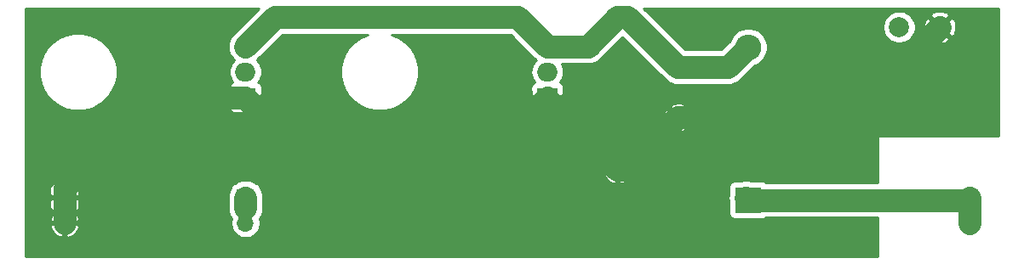
<source format=gbr>
%TF.GenerationSoftware,KiCad,Pcbnew,(5.1.10-1-10_14)*%
%TF.CreationDate,2022-02-01T15:02:41+11:00*%
%TF.ProjectId,EDUC-8 Crowbar,45445543-2d38-4204-9372-6f776261722e,rev?*%
%TF.SameCoordinates,Original*%
%TF.FileFunction,Copper,L2,Bot*%
%TF.FilePolarity,Positive*%
%FSLAX46Y46*%
G04 Gerber Fmt 4.6, Leading zero omitted, Abs format (unit mm)*
G04 Created by KiCad (PCBNEW (5.1.10-1-10_14)) date 2022-02-01 15:02:41*
%MOMM*%
%LPD*%
G01*
G04 APERTURE LIST*
%TA.AperFunction,ComponentPad*%
%ADD10C,2.000000*%
%TD*%
%TA.AperFunction,ComponentPad*%
%ADD11O,2.000000X1.905000*%
%TD*%
%TA.AperFunction,ComponentPad*%
%ADD12R,2.000000X1.905000*%
%TD*%
%TA.AperFunction,ComponentPad*%
%ADD13O,1.600000X1.600000*%
%TD*%
%TA.AperFunction,ComponentPad*%
%ADD14C,1.600000*%
%TD*%
%TA.AperFunction,ComponentPad*%
%ADD15O,1.700000X1.700000*%
%TD*%
%TA.AperFunction,ComponentPad*%
%ADD16R,1.700000X1.700000*%
%TD*%
%TA.AperFunction,ComponentPad*%
%ADD17O,2.600000X2.600000*%
%TD*%
%TA.AperFunction,ComponentPad*%
%ADD18R,2.600000X2.600000*%
%TD*%
%TA.AperFunction,Conductor*%
%ADD19C,2.250000*%
%TD*%
%TA.AperFunction,Conductor*%
%ADD20C,0.254000*%
%TD*%
%TA.AperFunction,Conductor*%
%ADD21C,0.100000*%
%TD*%
G04 APERTURE END LIST*
D10*
%TO.P,J5,1*%
%TO.N,Net-(C1-Pad2)*%
X187050000Y-108000000D03*
%TD*%
%TO.P,J4,1*%
%TO.N,Net-(J2-Pad1)*%
X183000000Y-108000000D03*
%TD*%
D11*
%TO.P,Q2,3*%
%TO.N,Net-(C1-Pad1)*%
X148000000Y-109920000D03*
%TO.P,Q2,2*%
%TO.N,Net-(J2-Pad1)*%
X148000000Y-112460000D03*
D12*
%TO.P,Q2,1*%
%TO.N,Net-(C1-Pad2)*%
X148000000Y-115000000D03*
%TD*%
D13*
%TO.P,R1,2*%
%TO.N,Net-(C1-Pad2)*%
X155000000Y-122240000D03*
D14*
%TO.P,R1,1*%
%TO.N,Net-(C1-Pad1)*%
X155000000Y-107000000D03*
%TD*%
D11*
%TO.P,Q1,3*%
%TO.N,Net-(C1-Pad1)*%
X118000000Y-109920000D03*
%TO.P,Q1,2*%
%TO.N,Net-(J2-Pad1)*%
X118000000Y-112460000D03*
D12*
%TO.P,Q1,1*%
%TO.N,Net-(C1-Pad2)*%
X118000000Y-115000000D03*
%TD*%
D15*
%TO.P,J3,2*%
%TO.N,Net-(C1-Pad2)*%
X100000000Y-127540000D03*
D16*
%TO.P,J3,1*%
X100000000Y-125000000D03*
%TD*%
D15*
%TO.P,J2,2*%
%TO.N,Net-(J2-Pad1)*%
X118000000Y-127540000D03*
D16*
%TO.P,J2,1*%
X118000000Y-125000000D03*
%TD*%
D15*
%TO.P,J1,2*%
%TO.N,Net-(D1-Pad1)*%
X190000000Y-127540000D03*
D16*
%TO.P,J1,1*%
X190000000Y-125000000D03*
%TD*%
D17*
%TO.P,D1,2*%
%TO.N,Net-(C1-Pad1)*%
X168000000Y-110000000D03*
D18*
%TO.P,D1,1*%
%TO.N,Net-(D1-Pad1)*%
X168000000Y-125240000D03*
%TD*%
D14*
%TO.P,C1,2*%
%TO.N,Net-(C1-Pad2)*%
X161000000Y-117000000D03*
%TO.P,C1,1*%
%TO.N,Net-(C1-Pad1)*%
X161000000Y-112000000D03*
%TD*%
D19*
%TO.N,Net-(J2-Pad1)*%
X118000000Y-126000000D02*
X118000000Y-125000000D01*
%TO.N,Net-(C1-Pad2)*%
X148000000Y-115240000D02*
X155000000Y-122240000D01*
X148000000Y-115000000D02*
X148000000Y-115240000D01*
X155760000Y-122240000D02*
X161000000Y-117000000D01*
X155000000Y-122240000D02*
X155760000Y-122240000D01*
X178050000Y-117000000D02*
X187050000Y-108000000D01*
X161000000Y-117000000D02*
X178050000Y-117000000D01*
X142000000Y-121000000D02*
X148000000Y-115000000D01*
X124000000Y-121000000D02*
X142000000Y-121000000D01*
X118000000Y-115000000D02*
X124000000Y-121000000D01*
X118000000Y-115000000D02*
X109000000Y-115000000D01*
X100000000Y-124000000D02*
X100000000Y-127540000D01*
X109000000Y-115000000D02*
X100000000Y-124000000D01*
%TO.N,Net-(C1-Pad1)*%
X152080000Y-109920000D02*
X155000000Y-107000000D01*
X148000000Y-109920000D02*
X152080000Y-109920000D01*
X156000000Y-107000000D02*
X161000000Y-112000000D01*
X155000000Y-107000000D02*
X156000000Y-107000000D01*
X166000000Y-112000000D02*
X168000000Y-110000000D01*
X161000000Y-112000000D02*
X166000000Y-112000000D01*
X120920000Y-107000000D02*
X145080000Y-107000000D01*
X145080000Y-107000000D02*
X148000000Y-109920000D01*
X118000000Y-109920000D02*
X120920000Y-107000000D01*
%TO.N,Net-(D1-Pad1)*%
X167760000Y-125000000D02*
X168000000Y-125240000D01*
X189760000Y-125240000D02*
X190000000Y-125000000D01*
X168000000Y-125240000D02*
X189760000Y-125240000D01*
X190000000Y-127540000D02*
X190000000Y-125000000D01*
%TD*%
D20*
%TO.N,Net-(C1-Pad2)*%
X116694361Y-108736624D02*
X116529534Y-108937466D01*
X116366106Y-109243219D01*
X116265468Y-109574980D01*
X116231485Y-109920000D01*
X116265468Y-110265020D01*
X116366106Y-110596781D01*
X116529534Y-110902534D01*
X116749472Y-111170528D01*
X116885404Y-111282085D01*
X116824537Y-111332037D01*
X116626155Y-111573765D01*
X116478745Y-111849551D01*
X116387970Y-112148796D01*
X116357319Y-112460000D01*
X116387970Y-112771204D01*
X116478745Y-113070449D01*
X116626155Y-113346235D01*
X116729446Y-113472095D01*
X116645506Y-113516963D01*
X116548815Y-113596315D01*
X116469463Y-113693006D01*
X116410498Y-113803320D01*
X116374188Y-113923018D01*
X116361928Y-114047500D01*
X116365000Y-114714250D01*
X116523750Y-114873000D01*
X117873000Y-114873000D01*
X117873000Y-114853000D01*
X118127000Y-114853000D01*
X118127000Y-114873000D01*
X119476250Y-114873000D01*
X119635000Y-114714250D01*
X119638072Y-114047500D01*
X119625812Y-113923018D01*
X119589502Y-113803320D01*
X119530537Y-113693006D01*
X119451185Y-113596315D01*
X119354494Y-113516963D01*
X119270554Y-113472095D01*
X119373845Y-113346235D01*
X119521255Y-113070449D01*
X119612030Y-112771204D01*
X119642681Y-112460000D01*
X119612030Y-112148796D01*
X119521255Y-111849551D01*
X119373845Y-111573765D01*
X119175463Y-111332037D01*
X119114597Y-111282085D01*
X119183376Y-111225639D01*
X121649016Y-108760000D01*
X130141501Y-108760000D01*
X129503552Y-109024247D01*
X128868557Y-109448538D01*
X128328538Y-109988557D01*
X127904247Y-110623552D01*
X127611991Y-111329121D01*
X127463000Y-112078149D01*
X127463000Y-112841851D01*
X127611991Y-113590879D01*
X127904247Y-114296448D01*
X128328538Y-114931443D01*
X128868557Y-115471462D01*
X129503552Y-115895753D01*
X130209121Y-116188009D01*
X130958149Y-116337000D01*
X131721851Y-116337000D01*
X132470879Y-116188009D01*
X133039448Y-115952500D01*
X146361928Y-115952500D01*
X146374188Y-116076982D01*
X146410498Y-116196680D01*
X146469463Y-116306994D01*
X146548815Y-116403685D01*
X146645506Y-116483037D01*
X146755820Y-116542002D01*
X146875518Y-116578312D01*
X147000000Y-116590572D01*
X147714250Y-116587500D01*
X147873000Y-116428750D01*
X147873000Y-115127000D01*
X148127000Y-115127000D01*
X148127000Y-116428750D01*
X148285750Y-116587500D01*
X149000000Y-116590572D01*
X149124482Y-116578312D01*
X149244180Y-116542002D01*
X149354494Y-116483037D01*
X149451185Y-116403685D01*
X149530537Y-116306994D01*
X149589502Y-116196680D01*
X149625812Y-116076982D01*
X149632675Y-116007298D01*
X160186903Y-116007298D01*
X161000000Y-116820395D01*
X161813097Y-116007298D01*
X161741514Y-115763329D01*
X161486004Y-115642429D01*
X161211816Y-115573700D01*
X160929488Y-115559783D01*
X160649870Y-115601213D01*
X160383708Y-115696397D01*
X160258486Y-115763329D01*
X160186903Y-116007298D01*
X149632675Y-116007298D01*
X149638072Y-115952500D01*
X149635000Y-115285750D01*
X149476250Y-115127000D01*
X148127000Y-115127000D01*
X147873000Y-115127000D01*
X146523750Y-115127000D01*
X146365000Y-115285750D01*
X146361928Y-115952500D01*
X133039448Y-115952500D01*
X133176448Y-115895753D01*
X133811443Y-115471462D01*
X134351462Y-114931443D01*
X134775753Y-114296448D01*
X135068009Y-113590879D01*
X135217000Y-112841851D01*
X135217000Y-112078149D01*
X135068009Y-111329121D01*
X134775753Y-110623552D01*
X134351462Y-109988557D01*
X133811443Y-109448538D01*
X133176448Y-109024247D01*
X132538499Y-108760000D01*
X144350985Y-108760000D01*
X146694361Y-111103377D01*
X146749471Y-111170529D01*
X146885403Y-111282085D01*
X146824537Y-111332037D01*
X146626155Y-111573765D01*
X146478745Y-111849551D01*
X146387970Y-112148796D01*
X146357319Y-112460000D01*
X146387970Y-112771204D01*
X146478745Y-113070449D01*
X146626155Y-113346235D01*
X146729446Y-113472095D01*
X146645506Y-113516963D01*
X146548815Y-113596315D01*
X146469463Y-113693006D01*
X146410498Y-113803320D01*
X146374188Y-113923018D01*
X146361928Y-114047500D01*
X146365000Y-114714250D01*
X146523750Y-114873000D01*
X147873000Y-114873000D01*
X147873000Y-114853000D01*
X148127000Y-114853000D01*
X148127000Y-114873000D01*
X149476250Y-114873000D01*
X149635000Y-114714250D01*
X149638072Y-114047500D01*
X149625812Y-113923018D01*
X149589502Y-113803320D01*
X149530537Y-113693006D01*
X149451185Y-113596315D01*
X149354494Y-113516963D01*
X149270554Y-113472095D01*
X149373845Y-113346235D01*
X149521255Y-113070449D01*
X149612030Y-112771204D01*
X149642681Y-112460000D01*
X149612030Y-112148796D01*
X149521255Y-111849551D01*
X149430629Y-111680000D01*
X151993550Y-111680000D01*
X152080000Y-111688515D01*
X152166450Y-111680000D01*
X152166453Y-111680000D01*
X152425020Y-111654533D01*
X152756781Y-111553895D01*
X153062534Y-111390466D01*
X153330529Y-111170529D01*
X153385643Y-111103372D01*
X155500000Y-108989015D01*
X159694361Y-113183377D01*
X159749471Y-113250529D01*
X160017466Y-113470466D01*
X160323219Y-113633895D01*
X160654977Y-113734532D01*
X160654980Y-113734533D01*
X161000000Y-113768515D01*
X161086453Y-113760000D01*
X165913550Y-113760000D01*
X166000000Y-113768515D01*
X166086450Y-113760000D01*
X166086453Y-113760000D01*
X166345020Y-113734533D01*
X166676781Y-113633895D01*
X166982534Y-113470466D01*
X167250529Y-113250529D01*
X167305643Y-113183372D01*
X168673602Y-111815414D01*
X168916566Y-111714775D01*
X169233491Y-111503013D01*
X169503013Y-111233491D01*
X169714775Y-110916566D01*
X169860639Y-110564419D01*
X169935000Y-110190581D01*
X169935000Y-109809419D01*
X169860639Y-109435581D01*
X169714775Y-109083434D01*
X169503013Y-108766509D01*
X169233491Y-108496987D01*
X168916566Y-108285225D01*
X168564419Y-108139361D01*
X168190581Y-108065000D01*
X167809419Y-108065000D01*
X167435581Y-108139361D01*
X167083434Y-108285225D01*
X166766509Y-108496987D01*
X166496987Y-108766509D01*
X166285225Y-109083434D01*
X166184586Y-109326398D01*
X165270985Y-110240000D01*
X161729016Y-110240000D01*
X159327983Y-107838967D01*
X181365000Y-107838967D01*
X181365000Y-108161033D01*
X181427832Y-108476912D01*
X181551082Y-108774463D01*
X181730013Y-109042252D01*
X181957748Y-109269987D01*
X182225537Y-109448918D01*
X182523088Y-109572168D01*
X182838967Y-109635000D01*
X183161033Y-109635000D01*
X183476912Y-109572168D01*
X183774463Y-109448918D01*
X184042252Y-109269987D01*
X184176826Y-109135413D01*
X186094192Y-109135413D01*
X186189956Y-109399814D01*
X186479571Y-109540704D01*
X186791108Y-109622384D01*
X187112595Y-109641718D01*
X187431675Y-109597961D01*
X187736088Y-109492795D01*
X187910044Y-109399814D01*
X188005808Y-109135413D01*
X187050000Y-108179605D01*
X186094192Y-109135413D01*
X184176826Y-109135413D01*
X184269987Y-109042252D01*
X184448918Y-108774463D01*
X184572168Y-108476912D01*
X184635000Y-108161033D01*
X184635000Y-108062595D01*
X185408282Y-108062595D01*
X185452039Y-108381675D01*
X185557205Y-108686088D01*
X185650186Y-108860044D01*
X185914587Y-108955808D01*
X186870395Y-108000000D01*
X187229605Y-108000000D01*
X188185413Y-108955808D01*
X188449814Y-108860044D01*
X188590704Y-108570429D01*
X188672384Y-108258892D01*
X188691718Y-107937405D01*
X188647961Y-107618325D01*
X188542795Y-107313912D01*
X188449814Y-107139956D01*
X188185413Y-107044192D01*
X187229605Y-108000000D01*
X186870395Y-108000000D01*
X185914587Y-107044192D01*
X185650186Y-107139956D01*
X185509296Y-107429571D01*
X185427616Y-107741108D01*
X185408282Y-108062595D01*
X184635000Y-108062595D01*
X184635000Y-107838967D01*
X184572168Y-107523088D01*
X184448918Y-107225537D01*
X184269987Y-106957748D01*
X184176826Y-106864587D01*
X186094192Y-106864587D01*
X187050000Y-107820395D01*
X188005808Y-106864587D01*
X187910044Y-106600186D01*
X187620429Y-106459296D01*
X187308892Y-106377616D01*
X186987405Y-106358282D01*
X186668325Y-106402039D01*
X186363912Y-106507205D01*
X186189956Y-106600186D01*
X186094192Y-106864587D01*
X184176826Y-106864587D01*
X184042252Y-106730013D01*
X183774463Y-106551082D01*
X183476912Y-106427832D01*
X183161033Y-106365000D01*
X182838967Y-106365000D01*
X182523088Y-106427832D01*
X182225537Y-106551082D01*
X181957748Y-106730013D01*
X181730013Y-106957748D01*
X181551082Y-107225537D01*
X181427832Y-107523088D01*
X181365000Y-107838967D01*
X159327983Y-107838967D01*
X157616015Y-106127000D01*
X192873000Y-106127000D01*
X192873000Y-118873000D01*
X181000000Y-118873000D01*
X180975224Y-118875440D01*
X180951399Y-118882667D01*
X180929443Y-118894403D01*
X180910197Y-118910197D01*
X180894403Y-118929443D01*
X180882667Y-118951399D01*
X180875440Y-118975224D01*
X180873000Y-119000000D01*
X180873000Y-123480000D01*
X169740444Y-123480000D01*
X169654494Y-123409463D01*
X169544180Y-123350498D01*
X169424482Y-123314188D01*
X169300000Y-123301928D01*
X168225213Y-123301928D01*
X168105020Y-123265468D01*
X167760000Y-123231485D01*
X167414980Y-123265468D01*
X167294787Y-123301928D01*
X166700000Y-123301928D01*
X166575518Y-123314188D01*
X166455820Y-123350498D01*
X166345506Y-123409463D01*
X166248815Y-123488815D01*
X166169463Y-123585506D01*
X166110498Y-123695820D01*
X166074188Y-123815518D01*
X166061928Y-123940000D01*
X166061928Y-124534787D01*
X166025468Y-124654980D01*
X165991485Y-125000000D01*
X166025468Y-125345020D01*
X166061928Y-125465213D01*
X166061928Y-126540000D01*
X166074188Y-126664482D01*
X166110498Y-126784180D01*
X166169463Y-126894494D01*
X166248815Y-126991185D01*
X166345506Y-127070537D01*
X166455820Y-127129502D01*
X166575518Y-127165812D01*
X166700000Y-127178072D01*
X169300000Y-127178072D01*
X169424482Y-127165812D01*
X169544180Y-127129502D01*
X169654494Y-127070537D01*
X169740444Y-127000000D01*
X180873000Y-127000000D01*
X180873000Y-130873000D01*
X96127000Y-130873000D01*
X96127000Y-127896891D01*
X98558519Y-127896891D01*
X98655843Y-128171252D01*
X98804822Y-128421355D01*
X98999731Y-128637588D01*
X99233080Y-128811641D01*
X99495901Y-128936825D01*
X99643110Y-128981476D01*
X99873000Y-128860155D01*
X99873000Y-127667000D01*
X100127000Y-127667000D01*
X100127000Y-128860155D01*
X100356890Y-128981476D01*
X100504099Y-128936825D01*
X100766920Y-128811641D01*
X101000269Y-128637588D01*
X101195178Y-128421355D01*
X101344157Y-128171252D01*
X101441481Y-127896891D01*
X101320814Y-127667000D01*
X100127000Y-127667000D01*
X99873000Y-127667000D01*
X98679186Y-127667000D01*
X98558519Y-127896891D01*
X96127000Y-127896891D01*
X96127000Y-125850000D01*
X98511928Y-125850000D01*
X98524188Y-125974482D01*
X98560498Y-126094180D01*
X98619463Y-126204494D01*
X98698815Y-126301185D01*
X98795506Y-126380537D01*
X98905820Y-126439502D01*
X98981626Y-126462498D01*
X98804822Y-126658645D01*
X98655843Y-126908748D01*
X98558519Y-127183109D01*
X98679186Y-127413000D01*
X99873000Y-127413000D01*
X99873000Y-125127000D01*
X100127000Y-125127000D01*
X100127000Y-127413000D01*
X101320814Y-127413000D01*
X101441481Y-127183109D01*
X101344157Y-126908748D01*
X101195178Y-126658645D01*
X101018374Y-126462498D01*
X101094180Y-126439502D01*
X101204494Y-126380537D01*
X101301185Y-126301185D01*
X101380537Y-126204494D01*
X101439502Y-126094180D01*
X101475812Y-125974482D01*
X101488072Y-125850000D01*
X101485000Y-125285750D01*
X101326250Y-125127000D01*
X100127000Y-125127000D01*
X99873000Y-125127000D01*
X98673750Y-125127000D01*
X98515000Y-125285750D01*
X98511928Y-125850000D01*
X96127000Y-125850000D01*
X96127000Y-124913547D01*
X116240000Y-124913547D01*
X116240000Y-126086452D01*
X116265467Y-126345019D01*
X116366105Y-126676780D01*
X116529534Y-126982533D01*
X116592020Y-127058673D01*
X116572068Y-127106842D01*
X116515000Y-127393740D01*
X116515000Y-127686260D01*
X116572068Y-127973158D01*
X116684010Y-128243411D01*
X116846525Y-128486632D01*
X117053368Y-128693475D01*
X117296589Y-128855990D01*
X117566842Y-128967932D01*
X117853740Y-129025000D01*
X118146260Y-129025000D01*
X118433158Y-128967932D01*
X118703411Y-128855990D01*
X118946632Y-128693475D01*
X119153475Y-128486632D01*
X119315990Y-128243411D01*
X119427932Y-127973158D01*
X119485000Y-127686260D01*
X119485000Y-127393740D01*
X119427932Y-127106842D01*
X119407980Y-127058674D01*
X119470466Y-126982534D01*
X119633895Y-126676781D01*
X119734533Y-126345020D01*
X119760000Y-126086453D01*
X119760000Y-124913547D01*
X119734533Y-124654980D01*
X119633895Y-124323219D01*
X119476047Y-124027908D01*
X119475812Y-124025518D01*
X119439502Y-123905820D01*
X119380537Y-123795506D01*
X119301185Y-123698815D01*
X119204494Y-123619463D01*
X119094180Y-123560498D01*
X118974482Y-123524188D01*
X118972092Y-123523953D01*
X118676781Y-123366105D01*
X118345020Y-123265467D01*
X118000000Y-123231485D01*
X117654981Y-123265467D01*
X117323220Y-123366105D01*
X117027909Y-123523952D01*
X117025518Y-123524188D01*
X116905820Y-123560498D01*
X116795506Y-123619463D01*
X116698815Y-123698815D01*
X116619463Y-123795506D01*
X116560498Y-123905820D01*
X116524188Y-124025518D01*
X116523952Y-124027910D01*
X116366105Y-124323219D01*
X116265467Y-124654980D01*
X116240000Y-124913547D01*
X96127000Y-124913547D01*
X96127000Y-124150000D01*
X98511928Y-124150000D01*
X98515000Y-124714250D01*
X98673750Y-124873000D01*
X99873000Y-124873000D01*
X99873000Y-123673750D01*
X100127000Y-123673750D01*
X100127000Y-124873000D01*
X101326250Y-124873000D01*
X101485000Y-124714250D01*
X101488072Y-124150000D01*
X101475812Y-124025518D01*
X101439502Y-123905820D01*
X101380537Y-123795506D01*
X101301185Y-123698815D01*
X101204494Y-123619463D01*
X101094180Y-123560498D01*
X100974482Y-123524188D01*
X100850000Y-123511928D01*
X100285750Y-123515000D01*
X100127000Y-123673750D01*
X99873000Y-123673750D01*
X99714250Y-123515000D01*
X99150000Y-123511928D01*
X99025518Y-123524188D01*
X98905820Y-123560498D01*
X98795506Y-123619463D01*
X98698815Y-123698815D01*
X98619463Y-123795506D01*
X98560498Y-123905820D01*
X98524188Y-124025518D01*
X98511928Y-124150000D01*
X96127000Y-124150000D01*
X96127000Y-122589040D01*
X153608091Y-122589040D01*
X153702930Y-122853881D01*
X153847615Y-123095131D01*
X154036586Y-123303519D01*
X154262580Y-123471037D01*
X154516913Y-123591246D01*
X154650961Y-123631904D01*
X154873000Y-123509915D01*
X154873000Y-122367000D01*
X155127000Y-122367000D01*
X155127000Y-123509915D01*
X155349039Y-123631904D01*
X155483087Y-123591246D01*
X155737420Y-123471037D01*
X155963414Y-123303519D01*
X156152385Y-123095131D01*
X156297070Y-122853881D01*
X156391909Y-122589040D01*
X156270624Y-122367000D01*
X155127000Y-122367000D01*
X154873000Y-122367000D01*
X153729376Y-122367000D01*
X153608091Y-122589040D01*
X96127000Y-122589040D01*
X96127000Y-121890960D01*
X153608091Y-121890960D01*
X153729376Y-122113000D01*
X154873000Y-122113000D01*
X154873000Y-120970085D01*
X155127000Y-120970085D01*
X155127000Y-122113000D01*
X156270624Y-122113000D01*
X156391909Y-121890960D01*
X156297070Y-121626119D01*
X156152385Y-121384869D01*
X155963414Y-121176481D01*
X155737420Y-121008963D01*
X155483087Y-120888754D01*
X155349039Y-120848096D01*
X155127000Y-120970085D01*
X154873000Y-120970085D01*
X154650961Y-120848096D01*
X154516913Y-120888754D01*
X154262580Y-121008963D01*
X154036586Y-121176481D01*
X153847615Y-121384869D01*
X153702930Y-121626119D01*
X153608091Y-121890960D01*
X96127000Y-121890960D01*
X96127000Y-117992702D01*
X160186903Y-117992702D01*
X160258486Y-118236671D01*
X160513996Y-118357571D01*
X160788184Y-118426300D01*
X161070512Y-118440217D01*
X161350130Y-118398787D01*
X161616292Y-118303603D01*
X161741514Y-118236671D01*
X161813097Y-117992702D01*
X161000000Y-117179605D01*
X160186903Y-117992702D01*
X96127000Y-117992702D01*
X96127000Y-117070512D01*
X159559783Y-117070512D01*
X159601213Y-117350130D01*
X159696397Y-117616292D01*
X159763329Y-117741514D01*
X160007298Y-117813097D01*
X160820395Y-117000000D01*
X161179605Y-117000000D01*
X161992702Y-117813097D01*
X162236671Y-117741514D01*
X162357571Y-117486004D01*
X162426300Y-117211816D01*
X162440217Y-116929488D01*
X162398787Y-116649870D01*
X162303603Y-116383708D01*
X162236671Y-116258486D01*
X161992702Y-116186903D01*
X161179605Y-117000000D01*
X160820395Y-117000000D01*
X160007298Y-116186903D01*
X159763329Y-116258486D01*
X159642429Y-116513996D01*
X159573700Y-116788184D01*
X159559783Y-117070512D01*
X96127000Y-117070512D01*
X96127000Y-112078149D01*
X97463000Y-112078149D01*
X97463000Y-112841851D01*
X97611991Y-113590879D01*
X97904247Y-114296448D01*
X98328538Y-114931443D01*
X98868557Y-115471462D01*
X99503552Y-115895753D01*
X100209121Y-116188009D01*
X100958149Y-116337000D01*
X101721851Y-116337000D01*
X102470879Y-116188009D01*
X103039448Y-115952500D01*
X116361928Y-115952500D01*
X116374188Y-116076982D01*
X116410498Y-116196680D01*
X116469463Y-116306994D01*
X116548815Y-116403685D01*
X116645506Y-116483037D01*
X116755820Y-116542002D01*
X116875518Y-116578312D01*
X117000000Y-116590572D01*
X117714250Y-116587500D01*
X117873000Y-116428750D01*
X117873000Y-115127000D01*
X118127000Y-115127000D01*
X118127000Y-116428750D01*
X118285750Y-116587500D01*
X119000000Y-116590572D01*
X119124482Y-116578312D01*
X119244180Y-116542002D01*
X119354494Y-116483037D01*
X119451185Y-116403685D01*
X119530537Y-116306994D01*
X119589502Y-116196680D01*
X119625812Y-116076982D01*
X119638072Y-115952500D01*
X119635000Y-115285750D01*
X119476250Y-115127000D01*
X118127000Y-115127000D01*
X117873000Y-115127000D01*
X116523750Y-115127000D01*
X116365000Y-115285750D01*
X116361928Y-115952500D01*
X103039448Y-115952500D01*
X103176448Y-115895753D01*
X103811443Y-115471462D01*
X104351462Y-114931443D01*
X104775753Y-114296448D01*
X105068009Y-113590879D01*
X105217000Y-112841851D01*
X105217000Y-112078149D01*
X105068009Y-111329121D01*
X104775753Y-110623552D01*
X104351462Y-109988557D01*
X103811443Y-109448538D01*
X103176448Y-109024247D01*
X102470879Y-108731991D01*
X101721851Y-108583000D01*
X100958149Y-108583000D01*
X100209121Y-108731991D01*
X99503552Y-109024247D01*
X98868557Y-109448538D01*
X98328538Y-109988557D01*
X97904247Y-110623552D01*
X97611991Y-111329121D01*
X97463000Y-112078149D01*
X96127000Y-112078149D01*
X96127000Y-106127000D01*
X119303984Y-106127000D01*
X116694361Y-108736624D01*
%TA.AperFunction,Conductor*%
D21*
G36*
X116694361Y-108736624D02*
G01*
X116529534Y-108937466D01*
X116366106Y-109243219D01*
X116265468Y-109574980D01*
X116231485Y-109920000D01*
X116265468Y-110265020D01*
X116366106Y-110596781D01*
X116529534Y-110902534D01*
X116749472Y-111170528D01*
X116885404Y-111282085D01*
X116824537Y-111332037D01*
X116626155Y-111573765D01*
X116478745Y-111849551D01*
X116387970Y-112148796D01*
X116357319Y-112460000D01*
X116387970Y-112771204D01*
X116478745Y-113070449D01*
X116626155Y-113346235D01*
X116729446Y-113472095D01*
X116645506Y-113516963D01*
X116548815Y-113596315D01*
X116469463Y-113693006D01*
X116410498Y-113803320D01*
X116374188Y-113923018D01*
X116361928Y-114047500D01*
X116365000Y-114714250D01*
X116523750Y-114873000D01*
X117873000Y-114873000D01*
X117873000Y-114853000D01*
X118127000Y-114853000D01*
X118127000Y-114873000D01*
X119476250Y-114873000D01*
X119635000Y-114714250D01*
X119638072Y-114047500D01*
X119625812Y-113923018D01*
X119589502Y-113803320D01*
X119530537Y-113693006D01*
X119451185Y-113596315D01*
X119354494Y-113516963D01*
X119270554Y-113472095D01*
X119373845Y-113346235D01*
X119521255Y-113070449D01*
X119612030Y-112771204D01*
X119642681Y-112460000D01*
X119612030Y-112148796D01*
X119521255Y-111849551D01*
X119373845Y-111573765D01*
X119175463Y-111332037D01*
X119114597Y-111282085D01*
X119183376Y-111225639D01*
X121649016Y-108760000D01*
X130141501Y-108760000D01*
X129503552Y-109024247D01*
X128868557Y-109448538D01*
X128328538Y-109988557D01*
X127904247Y-110623552D01*
X127611991Y-111329121D01*
X127463000Y-112078149D01*
X127463000Y-112841851D01*
X127611991Y-113590879D01*
X127904247Y-114296448D01*
X128328538Y-114931443D01*
X128868557Y-115471462D01*
X129503552Y-115895753D01*
X130209121Y-116188009D01*
X130958149Y-116337000D01*
X131721851Y-116337000D01*
X132470879Y-116188009D01*
X133039448Y-115952500D01*
X146361928Y-115952500D01*
X146374188Y-116076982D01*
X146410498Y-116196680D01*
X146469463Y-116306994D01*
X146548815Y-116403685D01*
X146645506Y-116483037D01*
X146755820Y-116542002D01*
X146875518Y-116578312D01*
X147000000Y-116590572D01*
X147714250Y-116587500D01*
X147873000Y-116428750D01*
X147873000Y-115127000D01*
X148127000Y-115127000D01*
X148127000Y-116428750D01*
X148285750Y-116587500D01*
X149000000Y-116590572D01*
X149124482Y-116578312D01*
X149244180Y-116542002D01*
X149354494Y-116483037D01*
X149451185Y-116403685D01*
X149530537Y-116306994D01*
X149589502Y-116196680D01*
X149625812Y-116076982D01*
X149632675Y-116007298D01*
X160186903Y-116007298D01*
X161000000Y-116820395D01*
X161813097Y-116007298D01*
X161741514Y-115763329D01*
X161486004Y-115642429D01*
X161211816Y-115573700D01*
X160929488Y-115559783D01*
X160649870Y-115601213D01*
X160383708Y-115696397D01*
X160258486Y-115763329D01*
X160186903Y-116007298D01*
X149632675Y-116007298D01*
X149638072Y-115952500D01*
X149635000Y-115285750D01*
X149476250Y-115127000D01*
X148127000Y-115127000D01*
X147873000Y-115127000D01*
X146523750Y-115127000D01*
X146365000Y-115285750D01*
X146361928Y-115952500D01*
X133039448Y-115952500D01*
X133176448Y-115895753D01*
X133811443Y-115471462D01*
X134351462Y-114931443D01*
X134775753Y-114296448D01*
X135068009Y-113590879D01*
X135217000Y-112841851D01*
X135217000Y-112078149D01*
X135068009Y-111329121D01*
X134775753Y-110623552D01*
X134351462Y-109988557D01*
X133811443Y-109448538D01*
X133176448Y-109024247D01*
X132538499Y-108760000D01*
X144350985Y-108760000D01*
X146694361Y-111103377D01*
X146749471Y-111170529D01*
X146885403Y-111282085D01*
X146824537Y-111332037D01*
X146626155Y-111573765D01*
X146478745Y-111849551D01*
X146387970Y-112148796D01*
X146357319Y-112460000D01*
X146387970Y-112771204D01*
X146478745Y-113070449D01*
X146626155Y-113346235D01*
X146729446Y-113472095D01*
X146645506Y-113516963D01*
X146548815Y-113596315D01*
X146469463Y-113693006D01*
X146410498Y-113803320D01*
X146374188Y-113923018D01*
X146361928Y-114047500D01*
X146365000Y-114714250D01*
X146523750Y-114873000D01*
X147873000Y-114873000D01*
X147873000Y-114853000D01*
X148127000Y-114853000D01*
X148127000Y-114873000D01*
X149476250Y-114873000D01*
X149635000Y-114714250D01*
X149638072Y-114047500D01*
X149625812Y-113923018D01*
X149589502Y-113803320D01*
X149530537Y-113693006D01*
X149451185Y-113596315D01*
X149354494Y-113516963D01*
X149270554Y-113472095D01*
X149373845Y-113346235D01*
X149521255Y-113070449D01*
X149612030Y-112771204D01*
X149642681Y-112460000D01*
X149612030Y-112148796D01*
X149521255Y-111849551D01*
X149430629Y-111680000D01*
X151993550Y-111680000D01*
X152080000Y-111688515D01*
X152166450Y-111680000D01*
X152166453Y-111680000D01*
X152425020Y-111654533D01*
X152756781Y-111553895D01*
X153062534Y-111390466D01*
X153330529Y-111170529D01*
X153385643Y-111103372D01*
X155500000Y-108989015D01*
X159694361Y-113183377D01*
X159749471Y-113250529D01*
X160017466Y-113470466D01*
X160323219Y-113633895D01*
X160654977Y-113734532D01*
X160654980Y-113734533D01*
X161000000Y-113768515D01*
X161086453Y-113760000D01*
X165913550Y-113760000D01*
X166000000Y-113768515D01*
X166086450Y-113760000D01*
X166086453Y-113760000D01*
X166345020Y-113734533D01*
X166676781Y-113633895D01*
X166982534Y-113470466D01*
X167250529Y-113250529D01*
X167305643Y-113183372D01*
X168673602Y-111815414D01*
X168916566Y-111714775D01*
X169233491Y-111503013D01*
X169503013Y-111233491D01*
X169714775Y-110916566D01*
X169860639Y-110564419D01*
X169935000Y-110190581D01*
X169935000Y-109809419D01*
X169860639Y-109435581D01*
X169714775Y-109083434D01*
X169503013Y-108766509D01*
X169233491Y-108496987D01*
X168916566Y-108285225D01*
X168564419Y-108139361D01*
X168190581Y-108065000D01*
X167809419Y-108065000D01*
X167435581Y-108139361D01*
X167083434Y-108285225D01*
X166766509Y-108496987D01*
X166496987Y-108766509D01*
X166285225Y-109083434D01*
X166184586Y-109326398D01*
X165270985Y-110240000D01*
X161729016Y-110240000D01*
X159327983Y-107838967D01*
X181365000Y-107838967D01*
X181365000Y-108161033D01*
X181427832Y-108476912D01*
X181551082Y-108774463D01*
X181730013Y-109042252D01*
X181957748Y-109269987D01*
X182225537Y-109448918D01*
X182523088Y-109572168D01*
X182838967Y-109635000D01*
X183161033Y-109635000D01*
X183476912Y-109572168D01*
X183774463Y-109448918D01*
X184042252Y-109269987D01*
X184176826Y-109135413D01*
X186094192Y-109135413D01*
X186189956Y-109399814D01*
X186479571Y-109540704D01*
X186791108Y-109622384D01*
X187112595Y-109641718D01*
X187431675Y-109597961D01*
X187736088Y-109492795D01*
X187910044Y-109399814D01*
X188005808Y-109135413D01*
X187050000Y-108179605D01*
X186094192Y-109135413D01*
X184176826Y-109135413D01*
X184269987Y-109042252D01*
X184448918Y-108774463D01*
X184572168Y-108476912D01*
X184635000Y-108161033D01*
X184635000Y-108062595D01*
X185408282Y-108062595D01*
X185452039Y-108381675D01*
X185557205Y-108686088D01*
X185650186Y-108860044D01*
X185914587Y-108955808D01*
X186870395Y-108000000D01*
X187229605Y-108000000D01*
X188185413Y-108955808D01*
X188449814Y-108860044D01*
X188590704Y-108570429D01*
X188672384Y-108258892D01*
X188691718Y-107937405D01*
X188647961Y-107618325D01*
X188542795Y-107313912D01*
X188449814Y-107139956D01*
X188185413Y-107044192D01*
X187229605Y-108000000D01*
X186870395Y-108000000D01*
X185914587Y-107044192D01*
X185650186Y-107139956D01*
X185509296Y-107429571D01*
X185427616Y-107741108D01*
X185408282Y-108062595D01*
X184635000Y-108062595D01*
X184635000Y-107838967D01*
X184572168Y-107523088D01*
X184448918Y-107225537D01*
X184269987Y-106957748D01*
X184176826Y-106864587D01*
X186094192Y-106864587D01*
X187050000Y-107820395D01*
X188005808Y-106864587D01*
X187910044Y-106600186D01*
X187620429Y-106459296D01*
X187308892Y-106377616D01*
X186987405Y-106358282D01*
X186668325Y-106402039D01*
X186363912Y-106507205D01*
X186189956Y-106600186D01*
X186094192Y-106864587D01*
X184176826Y-106864587D01*
X184042252Y-106730013D01*
X183774463Y-106551082D01*
X183476912Y-106427832D01*
X183161033Y-106365000D01*
X182838967Y-106365000D01*
X182523088Y-106427832D01*
X182225537Y-106551082D01*
X181957748Y-106730013D01*
X181730013Y-106957748D01*
X181551082Y-107225537D01*
X181427832Y-107523088D01*
X181365000Y-107838967D01*
X159327983Y-107838967D01*
X157616015Y-106127000D01*
X192873000Y-106127000D01*
X192873000Y-118873000D01*
X181000000Y-118873000D01*
X180975224Y-118875440D01*
X180951399Y-118882667D01*
X180929443Y-118894403D01*
X180910197Y-118910197D01*
X180894403Y-118929443D01*
X180882667Y-118951399D01*
X180875440Y-118975224D01*
X180873000Y-119000000D01*
X180873000Y-123480000D01*
X169740444Y-123480000D01*
X169654494Y-123409463D01*
X169544180Y-123350498D01*
X169424482Y-123314188D01*
X169300000Y-123301928D01*
X168225213Y-123301928D01*
X168105020Y-123265468D01*
X167760000Y-123231485D01*
X167414980Y-123265468D01*
X167294787Y-123301928D01*
X166700000Y-123301928D01*
X166575518Y-123314188D01*
X166455820Y-123350498D01*
X166345506Y-123409463D01*
X166248815Y-123488815D01*
X166169463Y-123585506D01*
X166110498Y-123695820D01*
X166074188Y-123815518D01*
X166061928Y-123940000D01*
X166061928Y-124534787D01*
X166025468Y-124654980D01*
X165991485Y-125000000D01*
X166025468Y-125345020D01*
X166061928Y-125465213D01*
X166061928Y-126540000D01*
X166074188Y-126664482D01*
X166110498Y-126784180D01*
X166169463Y-126894494D01*
X166248815Y-126991185D01*
X166345506Y-127070537D01*
X166455820Y-127129502D01*
X166575518Y-127165812D01*
X166700000Y-127178072D01*
X169300000Y-127178072D01*
X169424482Y-127165812D01*
X169544180Y-127129502D01*
X169654494Y-127070537D01*
X169740444Y-127000000D01*
X180873000Y-127000000D01*
X180873000Y-130873000D01*
X96127000Y-130873000D01*
X96127000Y-127896891D01*
X98558519Y-127896891D01*
X98655843Y-128171252D01*
X98804822Y-128421355D01*
X98999731Y-128637588D01*
X99233080Y-128811641D01*
X99495901Y-128936825D01*
X99643110Y-128981476D01*
X99873000Y-128860155D01*
X99873000Y-127667000D01*
X100127000Y-127667000D01*
X100127000Y-128860155D01*
X100356890Y-128981476D01*
X100504099Y-128936825D01*
X100766920Y-128811641D01*
X101000269Y-128637588D01*
X101195178Y-128421355D01*
X101344157Y-128171252D01*
X101441481Y-127896891D01*
X101320814Y-127667000D01*
X100127000Y-127667000D01*
X99873000Y-127667000D01*
X98679186Y-127667000D01*
X98558519Y-127896891D01*
X96127000Y-127896891D01*
X96127000Y-125850000D01*
X98511928Y-125850000D01*
X98524188Y-125974482D01*
X98560498Y-126094180D01*
X98619463Y-126204494D01*
X98698815Y-126301185D01*
X98795506Y-126380537D01*
X98905820Y-126439502D01*
X98981626Y-126462498D01*
X98804822Y-126658645D01*
X98655843Y-126908748D01*
X98558519Y-127183109D01*
X98679186Y-127413000D01*
X99873000Y-127413000D01*
X99873000Y-125127000D01*
X100127000Y-125127000D01*
X100127000Y-127413000D01*
X101320814Y-127413000D01*
X101441481Y-127183109D01*
X101344157Y-126908748D01*
X101195178Y-126658645D01*
X101018374Y-126462498D01*
X101094180Y-126439502D01*
X101204494Y-126380537D01*
X101301185Y-126301185D01*
X101380537Y-126204494D01*
X101439502Y-126094180D01*
X101475812Y-125974482D01*
X101488072Y-125850000D01*
X101485000Y-125285750D01*
X101326250Y-125127000D01*
X100127000Y-125127000D01*
X99873000Y-125127000D01*
X98673750Y-125127000D01*
X98515000Y-125285750D01*
X98511928Y-125850000D01*
X96127000Y-125850000D01*
X96127000Y-124913547D01*
X116240000Y-124913547D01*
X116240000Y-126086452D01*
X116265467Y-126345019D01*
X116366105Y-126676780D01*
X116529534Y-126982533D01*
X116592020Y-127058673D01*
X116572068Y-127106842D01*
X116515000Y-127393740D01*
X116515000Y-127686260D01*
X116572068Y-127973158D01*
X116684010Y-128243411D01*
X116846525Y-128486632D01*
X117053368Y-128693475D01*
X117296589Y-128855990D01*
X117566842Y-128967932D01*
X117853740Y-129025000D01*
X118146260Y-129025000D01*
X118433158Y-128967932D01*
X118703411Y-128855990D01*
X118946632Y-128693475D01*
X119153475Y-128486632D01*
X119315990Y-128243411D01*
X119427932Y-127973158D01*
X119485000Y-127686260D01*
X119485000Y-127393740D01*
X119427932Y-127106842D01*
X119407980Y-127058674D01*
X119470466Y-126982534D01*
X119633895Y-126676781D01*
X119734533Y-126345020D01*
X119760000Y-126086453D01*
X119760000Y-124913547D01*
X119734533Y-124654980D01*
X119633895Y-124323219D01*
X119476047Y-124027908D01*
X119475812Y-124025518D01*
X119439502Y-123905820D01*
X119380537Y-123795506D01*
X119301185Y-123698815D01*
X119204494Y-123619463D01*
X119094180Y-123560498D01*
X118974482Y-123524188D01*
X118972092Y-123523953D01*
X118676781Y-123366105D01*
X118345020Y-123265467D01*
X118000000Y-123231485D01*
X117654981Y-123265467D01*
X117323220Y-123366105D01*
X117027909Y-123523952D01*
X117025518Y-123524188D01*
X116905820Y-123560498D01*
X116795506Y-123619463D01*
X116698815Y-123698815D01*
X116619463Y-123795506D01*
X116560498Y-123905820D01*
X116524188Y-124025518D01*
X116523952Y-124027910D01*
X116366105Y-124323219D01*
X116265467Y-124654980D01*
X116240000Y-124913547D01*
X96127000Y-124913547D01*
X96127000Y-124150000D01*
X98511928Y-124150000D01*
X98515000Y-124714250D01*
X98673750Y-124873000D01*
X99873000Y-124873000D01*
X99873000Y-123673750D01*
X100127000Y-123673750D01*
X100127000Y-124873000D01*
X101326250Y-124873000D01*
X101485000Y-124714250D01*
X101488072Y-124150000D01*
X101475812Y-124025518D01*
X101439502Y-123905820D01*
X101380537Y-123795506D01*
X101301185Y-123698815D01*
X101204494Y-123619463D01*
X101094180Y-123560498D01*
X100974482Y-123524188D01*
X100850000Y-123511928D01*
X100285750Y-123515000D01*
X100127000Y-123673750D01*
X99873000Y-123673750D01*
X99714250Y-123515000D01*
X99150000Y-123511928D01*
X99025518Y-123524188D01*
X98905820Y-123560498D01*
X98795506Y-123619463D01*
X98698815Y-123698815D01*
X98619463Y-123795506D01*
X98560498Y-123905820D01*
X98524188Y-124025518D01*
X98511928Y-124150000D01*
X96127000Y-124150000D01*
X96127000Y-122589040D01*
X153608091Y-122589040D01*
X153702930Y-122853881D01*
X153847615Y-123095131D01*
X154036586Y-123303519D01*
X154262580Y-123471037D01*
X154516913Y-123591246D01*
X154650961Y-123631904D01*
X154873000Y-123509915D01*
X154873000Y-122367000D01*
X155127000Y-122367000D01*
X155127000Y-123509915D01*
X155349039Y-123631904D01*
X155483087Y-123591246D01*
X155737420Y-123471037D01*
X155963414Y-123303519D01*
X156152385Y-123095131D01*
X156297070Y-122853881D01*
X156391909Y-122589040D01*
X156270624Y-122367000D01*
X155127000Y-122367000D01*
X154873000Y-122367000D01*
X153729376Y-122367000D01*
X153608091Y-122589040D01*
X96127000Y-122589040D01*
X96127000Y-121890960D01*
X153608091Y-121890960D01*
X153729376Y-122113000D01*
X154873000Y-122113000D01*
X154873000Y-120970085D01*
X155127000Y-120970085D01*
X155127000Y-122113000D01*
X156270624Y-122113000D01*
X156391909Y-121890960D01*
X156297070Y-121626119D01*
X156152385Y-121384869D01*
X155963414Y-121176481D01*
X155737420Y-121008963D01*
X155483087Y-120888754D01*
X155349039Y-120848096D01*
X155127000Y-120970085D01*
X154873000Y-120970085D01*
X154650961Y-120848096D01*
X154516913Y-120888754D01*
X154262580Y-121008963D01*
X154036586Y-121176481D01*
X153847615Y-121384869D01*
X153702930Y-121626119D01*
X153608091Y-121890960D01*
X96127000Y-121890960D01*
X96127000Y-117992702D01*
X160186903Y-117992702D01*
X160258486Y-118236671D01*
X160513996Y-118357571D01*
X160788184Y-118426300D01*
X161070512Y-118440217D01*
X161350130Y-118398787D01*
X161616292Y-118303603D01*
X161741514Y-118236671D01*
X161813097Y-117992702D01*
X161000000Y-117179605D01*
X160186903Y-117992702D01*
X96127000Y-117992702D01*
X96127000Y-117070512D01*
X159559783Y-117070512D01*
X159601213Y-117350130D01*
X159696397Y-117616292D01*
X159763329Y-117741514D01*
X160007298Y-117813097D01*
X160820395Y-117000000D01*
X161179605Y-117000000D01*
X161992702Y-117813097D01*
X162236671Y-117741514D01*
X162357571Y-117486004D01*
X162426300Y-117211816D01*
X162440217Y-116929488D01*
X162398787Y-116649870D01*
X162303603Y-116383708D01*
X162236671Y-116258486D01*
X161992702Y-116186903D01*
X161179605Y-117000000D01*
X160820395Y-117000000D01*
X160007298Y-116186903D01*
X159763329Y-116258486D01*
X159642429Y-116513996D01*
X159573700Y-116788184D01*
X159559783Y-117070512D01*
X96127000Y-117070512D01*
X96127000Y-112078149D01*
X97463000Y-112078149D01*
X97463000Y-112841851D01*
X97611991Y-113590879D01*
X97904247Y-114296448D01*
X98328538Y-114931443D01*
X98868557Y-115471462D01*
X99503552Y-115895753D01*
X100209121Y-116188009D01*
X100958149Y-116337000D01*
X101721851Y-116337000D01*
X102470879Y-116188009D01*
X103039448Y-115952500D01*
X116361928Y-115952500D01*
X116374188Y-116076982D01*
X116410498Y-116196680D01*
X116469463Y-116306994D01*
X116548815Y-116403685D01*
X116645506Y-116483037D01*
X116755820Y-116542002D01*
X116875518Y-116578312D01*
X117000000Y-116590572D01*
X117714250Y-116587500D01*
X117873000Y-116428750D01*
X117873000Y-115127000D01*
X118127000Y-115127000D01*
X118127000Y-116428750D01*
X118285750Y-116587500D01*
X119000000Y-116590572D01*
X119124482Y-116578312D01*
X119244180Y-116542002D01*
X119354494Y-116483037D01*
X119451185Y-116403685D01*
X119530537Y-116306994D01*
X119589502Y-116196680D01*
X119625812Y-116076982D01*
X119638072Y-115952500D01*
X119635000Y-115285750D01*
X119476250Y-115127000D01*
X118127000Y-115127000D01*
X117873000Y-115127000D01*
X116523750Y-115127000D01*
X116365000Y-115285750D01*
X116361928Y-115952500D01*
X103039448Y-115952500D01*
X103176448Y-115895753D01*
X103811443Y-115471462D01*
X104351462Y-114931443D01*
X104775753Y-114296448D01*
X105068009Y-113590879D01*
X105217000Y-112841851D01*
X105217000Y-112078149D01*
X105068009Y-111329121D01*
X104775753Y-110623552D01*
X104351462Y-109988557D01*
X103811443Y-109448538D01*
X103176448Y-109024247D01*
X102470879Y-108731991D01*
X101721851Y-108583000D01*
X100958149Y-108583000D01*
X100209121Y-108731991D01*
X99503552Y-109024247D01*
X98868557Y-109448538D01*
X98328538Y-109988557D01*
X97904247Y-110623552D01*
X97611991Y-111329121D01*
X97463000Y-112078149D01*
X96127000Y-112078149D01*
X96127000Y-106127000D01*
X119303984Y-106127000D01*
X116694361Y-108736624D01*
G37*
%TD.AperFunction*%
%TD*%
M02*

</source>
